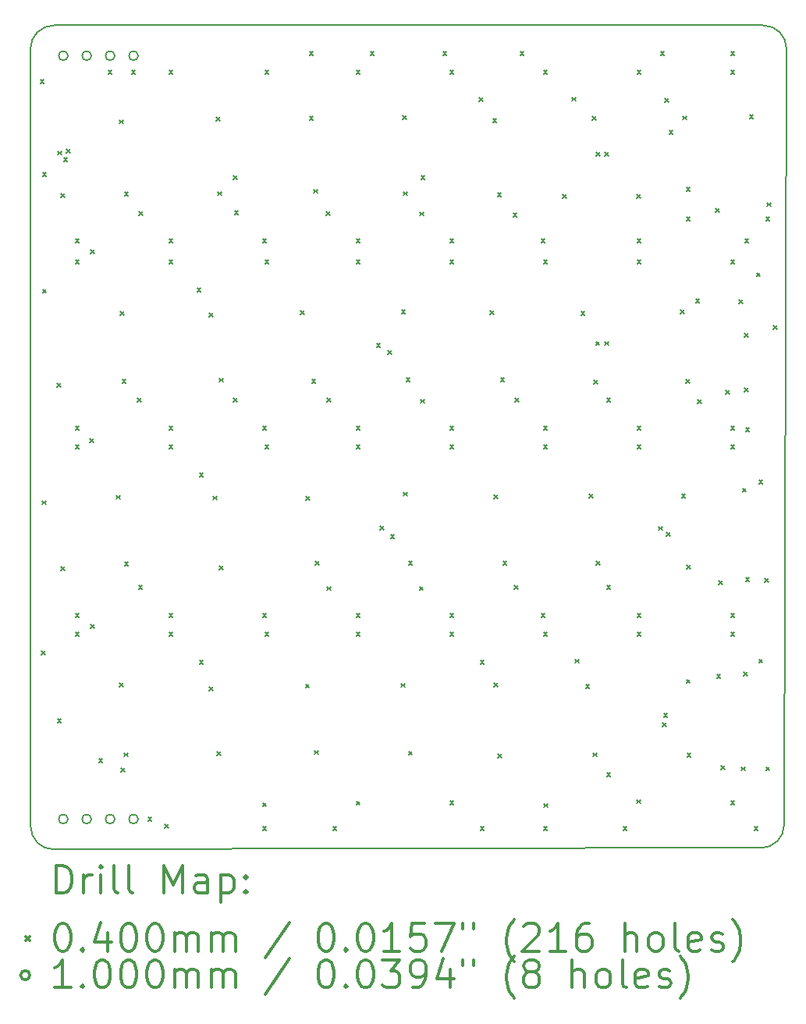
<source format=gbr>
%FSLAX45Y45*%
G04 Gerber Fmt 4.5, Leading zero omitted, Abs format (unit mm)*
G04 Created by KiCad (PCBNEW 5.99.0+really5.1.10+dfsg1-1) date 2022-01-28 19:42:38*
%MOMM*%
%LPD*%
G01*
G04 APERTURE LIST*
%TA.AperFunction,Profile*%
%ADD10C,0.150000*%
%TD*%
%ADD11C,0.200000*%
%ADD12C,0.300000*%
G04 APERTURE END LIST*
D10*
X18084800Y-13089890D02*
G75*
G02*
X17830800Y-13343890I-254000J0D01*
G01*
X10160000Y-13360400D02*
G75*
G02*
X9906000Y-13106400I0J254000D01*
G01*
X9906000Y-4673600D02*
G75*
G02*
X10160000Y-4419600I254000J0D01*
G01*
X17856200Y-4419600D02*
G75*
G02*
X18110200Y-4673600I0J-254000D01*
G01*
X9906000Y-13106400D02*
X9906000Y-4673600D01*
X17830800Y-13343890D02*
X10160000Y-13360400D01*
X18110200Y-4673600D02*
X18084800Y-13089890D01*
X10160000Y-4419600D02*
X17856200Y-4419600D01*
D11*
X10013000Y-5009200D02*
X10053000Y-5049200D01*
X10053000Y-5009200D02*
X10013000Y-5049200D01*
X10025700Y-11206800D02*
X10065700Y-11246800D01*
X10065700Y-11206800D02*
X10025700Y-11246800D01*
X10031796Y-9577644D02*
X10071796Y-9617644D01*
X10071796Y-9577644D02*
X10031796Y-9617644D01*
X10038400Y-6020120D02*
X10078400Y-6060120D01*
X10078400Y-6020120D02*
X10038400Y-6060120D01*
X10038400Y-7282500D02*
X10078400Y-7322500D01*
X10078400Y-7282500D02*
X10038400Y-7322500D01*
X10197150Y-8304850D02*
X10237150Y-8344850D01*
X10237150Y-8304850D02*
X10197150Y-8344850D01*
X10199436Y-11943400D02*
X10239436Y-11983400D01*
X10239436Y-11943400D02*
X10199436Y-11983400D01*
X10203500Y-5783900D02*
X10243500Y-5823900D01*
X10243500Y-5783900D02*
X10203500Y-5823900D01*
X10234000Y-6248700D02*
X10274000Y-6288700D01*
X10274000Y-6248700D02*
X10234000Y-6288700D01*
X10235250Y-10292400D02*
X10275250Y-10332400D01*
X10275250Y-10292400D02*
X10235250Y-10332400D01*
X10267000Y-5853750D02*
X10307000Y-5893750D01*
X10307000Y-5853750D02*
X10267000Y-5893750D01*
X10298750Y-5764850D02*
X10338750Y-5804850D01*
X10338750Y-5764850D02*
X10298750Y-5804850D01*
X10394000Y-6736400D02*
X10434000Y-6776400D01*
X10434000Y-6736400D02*
X10394000Y-6776400D01*
X10394000Y-6965000D02*
X10434000Y-7005000D01*
X10434000Y-6965000D02*
X10394000Y-7005000D01*
X10394000Y-8768400D02*
X10434000Y-8808400D01*
X10434000Y-8768400D02*
X10394000Y-8808400D01*
X10394000Y-8971600D02*
X10434000Y-9011600D01*
X10434000Y-8971600D02*
X10394000Y-9011600D01*
X10394000Y-10800400D02*
X10434000Y-10840400D01*
X10434000Y-10800400D02*
X10394000Y-10840400D01*
X10394000Y-11003600D02*
X10434000Y-11043600D01*
X10434000Y-11003600D02*
X10394000Y-11043600D01*
X10552750Y-8901749D02*
X10592750Y-8941749D01*
X10592750Y-8901749D02*
X10552750Y-8941749D01*
X10559100Y-6857050D02*
X10599100Y-6897050D01*
X10599100Y-6857050D02*
X10559100Y-6897050D01*
X10559100Y-10921050D02*
X10599100Y-10961050D01*
X10599100Y-10921050D02*
X10559100Y-10961050D01*
X10646476Y-12374438D02*
X10686476Y-12414438D01*
X10686476Y-12374438D02*
X10646476Y-12414438D01*
X10749600Y-4907600D02*
X10789600Y-4947600D01*
X10789600Y-4907600D02*
X10749600Y-4947600D01*
X10838500Y-9517700D02*
X10878500Y-9557700D01*
X10878500Y-9517700D02*
X10838500Y-9557700D01*
X10870758Y-5446334D02*
X10910758Y-5486334D01*
X10910758Y-5446334D02*
X10870758Y-5486334D01*
X10874568Y-11554780D02*
X10914568Y-11594780D01*
X10914568Y-11554780D02*
X10874568Y-11594780D01*
X10882950Y-7523800D02*
X10922950Y-7563800D01*
X10922950Y-7523800D02*
X10882950Y-7563800D01*
X10891586Y-12476800D02*
X10931586Y-12516800D01*
X10931586Y-12476800D02*
X10891586Y-12516800D01*
X10902000Y-8260400D02*
X10942000Y-8300400D01*
X10942000Y-8260400D02*
X10902000Y-8300400D01*
X10921304Y-12311700D02*
X10961304Y-12351700D01*
X10961304Y-12311700D02*
X10921304Y-12351700D01*
X10927400Y-6230940D02*
X10967400Y-6270940D01*
X10967400Y-6230940D02*
X10927400Y-6270940D01*
X10927400Y-10240076D02*
X10967400Y-10280076D01*
X10967400Y-10240076D02*
X10927400Y-10280076D01*
X11003600Y-4907600D02*
X11043600Y-4947600D01*
X11043600Y-4907600D02*
X11003600Y-4947600D01*
X11067100Y-8463600D02*
X11107100Y-8503600D01*
X11107100Y-8463600D02*
X11067100Y-8503600D01*
X11079800Y-10495600D02*
X11119800Y-10535600D01*
X11119800Y-10495600D02*
X11079800Y-10535600D01*
X11086150Y-6437950D02*
X11126150Y-6477950D01*
X11126150Y-6437950D02*
X11086150Y-6477950D01*
X11181400Y-13010200D02*
X11221400Y-13050200D01*
X11221400Y-13010200D02*
X11181400Y-13050200D01*
X11363010Y-13087416D02*
X11403010Y-13127416D01*
X11403010Y-13087416D02*
X11363010Y-13127416D01*
X11410000Y-4907600D02*
X11450000Y-4947600D01*
X11450000Y-4907600D02*
X11410000Y-4947600D01*
X11410000Y-6736400D02*
X11450000Y-6776400D01*
X11450000Y-6736400D02*
X11410000Y-6776400D01*
X11410000Y-6965000D02*
X11450000Y-7005000D01*
X11450000Y-6965000D02*
X11410000Y-7005000D01*
X11410000Y-8768400D02*
X11450000Y-8808400D01*
X11450000Y-8768400D02*
X11410000Y-8808400D01*
X11410000Y-8971600D02*
X11450000Y-9011600D01*
X11450000Y-8971600D02*
X11410000Y-9011600D01*
X11410000Y-10800400D02*
X11450000Y-10840400D01*
X11450000Y-10800400D02*
X11410000Y-10840400D01*
X11410000Y-11003600D02*
X11450000Y-11043600D01*
X11450000Y-11003600D02*
X11410000Y-11043600D01*
X11714800Y-7269800D02*
X11754800Y-7309800D01*
X11754800Y-7269800D02*
X11714800Y-7309800D01*
X11740200Y-9276400D02*
X11780200Y-9316400D01*
X11780200Y-9276400D02*
X11740200Y-9316400D01*
X11740200Y-11308400D02*
X11780200Y-11348400D01*
X11780200Y-11308400D02*
X11740200Y-11348400D01*
X11846880Y-11599230D02*
X11886880Y-11639230D01*
X11886880Y-11599230D02*
X11846880Y-11639230D01*
X11847388Y-7539548D02*
X11887388Y-7579548D01*
X11887388Y-7539548D02*
X11847388Y-7579548D01*
X11888536Y-9525828D02*
X11928536Y-9565828D01*
X11928536Y-9525828D02*
X11888536Y-9565828D01*
X11923080Y-5418140D02*
X11963080Y-5458140D01*
X11963080Y-5418140D02*
X11923080Y-5458140D01*
X11931970Y-12299000D02*
X11971970Y-12339000D01*
X11971970Y-12299000D02*
X11931970Y-12339000D01*
X11935780Y-6225860D02*
X11975780Y-6265860D01*
X11975780Y-6225860D02*
X11935780Y-6265860D01*
X11952544Y-10282748D02*
X11992544Y-10322748D01*
X11992544Y-10282748D02*
X11952544Y-10322748D01*
X11954830Y-8247700D02*
X11994830Y-8287700D01*
X11994830Y-8247700D02*
X11954830Y-8287700D01*
X12108500Y-6050600D02*
X12148500Y-6090600D01*
X12148500Y-6050600D02*
X12108500Y-6090600D01*
X12108500Y-8463600D02*
X12148500Y-8503600D01*
X12148500Y-8463600D02*
X12108500Y-8503600D01*
X12121200Y-6431600D02*
X12161200Y-6471600D01*
X12161200Y-6431600D02*
X12121200Y-6471600D01*
X12426000Y-6736400D02*
X12466000Y-6776400D01*
X12466000Y-6736400D02*
X12426000Y-6776400D01*
X12426000Y-8768400D02*
X12466000Y-8808400D01*
X12466000Y-8768400D02*
X12426000Y-8808400D01*
X12426000Y-10800400D02*
X12466000Y-10840400D01*
X12466000Y-10800400D02*
X12426000Y-10840400D01*
X12426000Y-12855260D02*
X12466000Y-12895260D01*
X12466000Y-12855260D02*
X12426000Y-12895260D01*
X12426000Y-13111800D02*
X12466000Y-13151800D01*
X12466000Y-13111800D02*
X12426000Y-13151800D01*
X12451400Y-4907600D02*
X12491400Y-4947600D01*
X12491400Y-4907600D02*
X12451400Y-4947600D01*
X12451400Y-6965000D02*
X12491400Y-7005000D01*
X12491400Y-6965000D02*
X12451400Y-7005000D01*
X12451400Y-8971600D02*
X12491400Y-9011600D01*
X12491400Y-8971600D02*
X12451400Y-9011600D01*
X12451400Y-11003600D02*
X12491400Y-11043600D01*
X12491400Y-11003600D02*
X12451400Y-11043600D01*
X12834940Y-7517450D02*
X12874940Y-7557450D01*
X12874940Y-7517450D02*
X12834940Y-7557450D01*
X12889804Y-11567988D02*
X12929804Y-11607988D01*
X12929804Y-11567988D02*
X12889804Y-11607988D01*
X12893360Y-9530400D02*
X12933360Y-9570400D01*
X12933360Y-9530400D02*
X12893360Y-9570400D01*
X12934000Y-4704400D02*
X12974000Y-4744400D01*
X12974000Y-4704400D02*
X12934000Y-4744400D01*
X12934000Y-5405440D02*
X12974000Y-5445440D01*
X12974000Y-5405440D02*
X12934000Y-5445440D01*
X12959400Y-8260400D02*
X12999400Y-8300400D01*
X12999400Y-8260400D02*
X12959400Y-8300400D01*
X12979720Y-6200460D02*
X13019720Y-6240460D01*
X13019720Y-6200460D02*
X12979720Y-6240460D01*
X12991150Y-12286300D02*
X13031150Y-12326300D01*
X13031150Y-12286300D02*
X12991150Y-12326300D01*
X12997500Y-10236520D02*
X13037500Y-10276520D01*
X13037500Y-10236520D02*
X12997500Y-10276520D01*
X13118150Y-6437950D02*
X13158150Y-6477950D01*
X13158150Y-6437950D02*
X13118150Y-6477950D01*
X13124500Y-8463600D02*
X13164500Y-8503600D01*
X13164500Y-8463600D02*
X13124500Y-8503600D01*
X13124500Y-10508300D02*
X13164500Y-10548300D01*
X13164500Y-10508300D02*
X13124500Y-10548300D01*
X13188000Y-13111800D02*
X13228000Y-13151800D01*
X13228000Y-13111800D02*
X13188000Y-13151800D01*
X13442000Y-4907600D02*
X13482000Y-4947600D01*
X13482000Y-4907600D02*
X13442000Y-4947600D01*
X13442000Y-6736400D02*
X13482000Y-6776400D01*
X13482000Y-6736400D02*
X13442000Y-6776400D01*
X13442000Y-6965000D02*
X13482000Y-7005000D01*
X13482000Y-6965000D02*
X13442000Y-7005000D01*
X13442000Y-8768400D02*
X13482000Y-8808400D01*
X13482000Y-8768400D02*
X13442000Y-8808400D01*
X13442000Y-8971600D02*
X13482000Y-9011600D01*
X13482000Y-8971600D02*
X13442000Y-9011600D01*
X13442000Y-10800400D02*
X13482000Y-10840400D01*
X13482000Y-10800400D02*
X13442000Y-10840400D01*
X13442000Y-11003600D02*
X13482000Y-11043600D01*
X13482000Y-11003600D02*
X13442000Y-11043600D01*
X13442000Y-12837480D02*
X13482000Y-12877480D01*
X13482000Y-12837480D02*
X13442000Y-12877480D01*
X13594400Y-4704400D02*
X13634400Y-4744400D01*
X13634400Y-4704400D02*
X13594400Y-4744400D01*
X13660440Y-7870256D02*
X13700440Y-7910256D01*
X13700440Y-7870256D02*
X13660440Y-7910256D01*
X13698540Y-9850440D02*
X13738540Y-9890440D01*
X13738540Y-9850440D02*
X13698540Y-9890440D01*
X13786424Y-7946964D02*
X13826424Y-7986964D01*
X13826424Y-7946964D02*
X13786424Y-7986964D01*
X13814110Y-9944420D02*
X13854110Y-9984420D01*
X13854110Y-9944420D02*
X13814110Y-9984420D01*
X13926632Y-11559860D02*
X13966632Y-11599860D01*
X13966632Y-11559860D02*
X13926632Y-11599860D01*
X13931204Y-7508052D02*
X13971204Y-7548052D01*
X13971204Y-7508052D02*
X13931204Y-7548052D01*
X13947968Y-5402392D02*
X13987968Y-5442392D01*
X13987968Y-5402392D02*
X13947968Y-5442392D01*
X13952540Y-6225860D02*
X13992540Y-6265860D01*
X13992540Y-6225860D02*
X13952540Y-6265860D01*
X13955080Y-9484680D02*
X13995080Y-9524680D01*
X13995080Y-9484680D02*
X13955080Y-9524680D01*
X13984290Y-8246430D02*
X14024290Y-8286430D01*
X14024290Y-8246430D02*
X13984290Y-8286430D01*
X14008166Y-10232202D02*
X14048166Y-10272202D01*
X14048166Y-10232202D02*
X14008166Y-10272202D01*
X14009690Y-12295190D02*
X14049690Y-12335190D01*
X14049690Y-12295190D02*
X14009690Y-12335190D01*
X14127800Y-10508300D02*
X14167800Y-10548300D01*
X14167800Y-10508300D02*
X14127800Y-10548300D01*
X14134150Y-6444300D02*
X14174150Y-6484300D01*
X14174150Y-6444300D02*
X14134150Y-6484300D01*
X14140500Y-8476300D02*
X14180500Y-8516300D01*
X14180500Y-8476300D02*
X14140500Y-8516300D01*
X14144310Y-6049330D02*
X14184310Y-6089330D01*
X14184310Y-6049330D02*
X14144310Y-6089330D01*
X14381800Y-4704400D02*
X14421800Y-4744400D01*
X14421800Y-4704400D02*
X14381800Y-4744400D01*
X14458000Y-4907600D02*
X14498000Y-4947600D01*
X14498000Y-4907600D02*
X14458000Y-4947600D01*
X14458000Y-6736400D02*
X14498000Y-6776400D01*
X14498000Y-6736400D02*
X14458000Y-6776400D01*
X14458000Y-6965000D02*
X14498000Y-7005000D01*
X14498000Y-6965000D02*
X14458000Y-7005000D01*
X14458000Y-8768400D02*
X14498000Y-8808400D01*
X14498000Y-8768400D02*
X14458000Y-8808400D01*
X14458000Y-8971600D02*
X14498000Y-9011600D01*
X14498000Y-8971600D02*
X14458000Y-9011600D01*
X14458000Y-10800400D02*
X14498000Y-10840400D01*
X14498000Y-10800400D02*
X14458000Y-10840400D01*
X14458000Y-11003600D02*
X14498000Y-11043600D01*
X14498000Y-11003600D02*
X14458000Y-11043600D01*
X14458000Y-12834940D02*
X14498000Y-12874940D01*
X14498000Y-12834940D02*
X14458000Y-12874940D01*
X14775500Y-5206050D02*
X14815500Y-5246050D01*
X14815500Y-5206050D02*
X14775500Y-5246050D01*
X14788200Y-11308400D02*
X14828200Y-11348400D01*
X14828200Y-11308400D02*
X14788200Y-11348400D01*
X14788200Y-13111800D02*
X14828200Y-13151800D01*
X14828200Y-13111800D02*
X14788200Y-13151800D01*
X14896150Y-7514910D02*
X14936150Y-7554910D01*
X14936150Y-7514910D02*
X14896150Y-7554910D01*
X14923836Y-5432872D02*
X14963836Y-5472872D01*
X14963836Y-5432872D02*
X14923836Y-5472872D01*
X14933996Y-9513382D02*
X14973996Y-9553382D01*
X14973996Y-9513382D02*
X14933996Y-9553382D01*
X14935520Y-11556050D02*
X14975520Y-11596050D01*
X14975520Y-11556050D02*
X14935520Y-11596050D01*
X14974890Y-6237290D02*
X15014890Y-6277290D01*
X15014890Y-6237290D02*
X14974890Y-6277290D01*
X14976160Y-12323892D02*
X15016160Y-12363892D01*
X15016160Y-12323892D02*
X14976160Y-12363892D01*
X15007656Y-8245160D02*
X15047656Y-8285160D01*
X15047656Y-8245160D02*
X15007656Y-8285160D01*
X15033310Y-10232710D02*
X15073310Y-10272710D01*
X15073310Y-10232710D02*
X15033310Y-10272710D01*
X15143800Y-6457000D02*
X15183800Y-6497000D01*
X15183800Y-6457000D02*
X15143800Y-6497000D01*
X15156500Y-10495600D02*
X15196500Y-10535600D01*
X15196500Y-10495600D02*
X15156500Y-10535600D01*
X15162850Y-8463600D02*
X15202850Y-8503600D01*
X15202850Y-8463600D02*
X15162850Y-8503600D01*
X15220000Y-4704400D02*
X15260000Y-4744400D01*
X15260000Y-4704400D02*
X15220000Y-4744400D01*
X15448600Y-6736400D02*
X15488600Y-6776400D01*
X15488600Y-6736400D02*
X15448600Y-6776400D01*
X15448600Y-10800400D02*
X15488600Y-10840400D01*
X15488600Y-10800400D02*
X15448600Y-10840400D01*
X15474000Y-4907600D02*
X15514000Y-4947600D01*
X15514000Y-4907600D02*
X15474000Y-4947600D01*
X15474000Y-6965000D02*
X15514000Y-7005000D01*
X15514000Y-6965000D02*
X15474000Y-7005000D01*
X15474000Y-8768400D02*
X15514000Y-8808400D01*
X15514000Y-8768400D02*
X15474000Y-8808400D01*
X15474000Y-8971600D02*
X15514000Y-9011600D01*
X15514000Y-8971600D02*
X15474000Y-9011600D01*
X15474000Y-11003600D02*
X15514000Y-11043600D01*
X15514000Y-11003600D02*
X15474000Y-11043600D01*
X15474000Y-13111800D02*
X15514000Y-13151800D01*
X15514000Y-13111800D02*
X15474000Y-13151800D01*
X15476540Y-12862880D02*
X15516540Y-12902880D01*
X15516540Y-12862880D02*
X15476540Y-12902880D01*
X15679740Y-6252530D02*
X15719740Y-6292530D01*
X15719740Y-6252530D02*
X15679740Y-6292530D01*
X15785150Y-5199700D02*
X15825150Y-5239700D01*
X15825150Y-5199700D02*
X15785150Y-5239700D01*
X15816900Y-11295700D02*
X15856900Y-11335700D01*
X15856900Y-11295700D02*
X15816900Y-11335700D01*
X15880400Y-7523800D02*
X15920400Y-7563800D01*
X15920400Y-7523800D02*
X15880400Y-7563800D01*
X15929930Y-11572560D02*
X15969930Y-11612560D01*
X15969930Y-11572560D02*
X15929930Y-11612560D01*
X15968030Y-9506270D02*
X16008030Y-9546270D01*
X16008030Y-9506270D02*
X15968030Y-9546270D01*
X16003336Y-5405440D02*
X16043336Y-5445440D01*
X16043336Y-5405440D02*
X16003336Y-5445440D01*
X16011210Y-12312970D02*
X16051210Y-12352970D01*
X16051210Y-12312970D02*
X16011210Y-12352970D01*
X16017560Y-8268020D02*
X16057560Y-8308020D01*
X16057560Y-8268020D02*
X16017560Y-8308020D01*
X16041690Y-7850190D02*
X16081690Y-7890190D01*
X16081690Y-7850190D02*
X16041690Y-7890190D01*
X16043468Y-5796600D02*
X16083468Y-5836600D01*
X16083468Y-5796600D02*
X16043468Y-5836600D01*
X16045500Y-10232710D02*
X16085500Y-10272710D01*
X16085500Y-10232710D02*
X16045500Y-10272710D01*
X16138464Y-5796600D02*
X16178464Y-5836600D01*
X16178464Y-5796600D02*
X16138464Y-5836600D01*
X16140750Y-7850190D02*
X16180750Y-7890190D01*
X16180750Y-7850190D02*
X16140750Y-7890190D01*
X16159800Y-8463600D02*
X16199800Y-8503600D01*
X16199800Y-8463600D02*
X16159800Y-8503600D01*
X16159800Y-10495600D02*
X16199800Y-10535600D01*
X16199800Y-10495600D02*
X16159800Y-10535600D01*
X16159800Y-12527600D02*
X16199800Y-12567600D01*
X16199800Y-12527600D02*
X16159800Y-12567600D01*
X16337600Y-13111800D02*
X16377600Y-13151800D01*
X16377600Y-13111800D02*
X16337600Y-13151800D01*
X16483650Y-6253800D02*
X16523650Y-6293800D01*
X16523650Y-6253800D02*
X16483650Y-6293800D01*
X16487460Y-12819700D02*
X16527460Y-12859700D01*
X16527460Y-12819700D02*
X16487460Y-12859700D01*
X16490000Y-4907600D02*
X16530000Y-4947600D01*
X16530000Y-4907600D02*
X16490000Y-4947600D01*
X16490000Y-6736400D02*
X16530000Y-6776400D01*
X16530000Y-6736400D02*
X16490000Y-6776400D01*
X16490000Y-6965000D02*
X16530000Y-7005000D01*
X16530000Y-6965000D02*
X16490000Y-7005000D01*
X16490000Y-8768400D02*
X16530000Y-8808400D01*
X16530000Y-8768400D02*
X16490000Y-8808400D01*
X16490000Y-8971600D02*
X16530000Y-9011600D01*
X16530000Y-8971600D02*
X16490000Y-9011600D01*
X16490000Y-10800400D02*
X16530000Y-10840400D01*
X16530000Y-10800400D02*
X16490000Y-10840400D01*
X16490000Y-11003600D02*
X16530000Y-11043600D01*
X16530000Y-11003600D02*
X16490000Y-11043600D01*
X16723172Y-9858060D02*
X16763172Y-9898060D01*
X16763172Y-9858060D02*
X16723172Y-9898060D01*
X16744000Y-4704400D02*
X16784000Y-4744400D01*
X16784000Y-4704400D02*
X16744000Y-4744400D01*
X16764320Y-11984040D02*
X16804320Y-12024040D01*
X16804320Y-11984040D02*
X16764320Y-12024040D01*
X16777020Y-11887520D02*
X16817020Y-11927520D01*
X16817020Y-11887520D02*
X16777020Y-11927520D01*
X16788450Y-5212400D02*
X16828450Y-5252400D01*
X16828450Y-5212400D02*
X16788450Y-5252400D01*
X16804452Y-9919528D02*
X16844452Y-9959528D01*
X16844452Y-9919528D02*
X16804452Y-9959528D01*
X16836600Y-5559000D02*
X16876600Y-5599000D01*
X16876600Y-5559000D02*
X16836600Y-5599000D01*
X16961424Y-7509068D02*
X17001424Y-7549068D01*
X17001424Y-7509068D02*
X16961424Y-7549068D01*
X16972600Y-9505000D02*
X17012600Y-9545000D01*
X17012600Y-9505000D02*
X16972600Y-9545000D01*
X16987332Y-5403916D02*
X17027332Y-5443916D01*
X17027332Y-5403916D02*
X16987332Y-5443916D01*
X17021368Y-8260400D02*
X17061368Y-8300400D01*
X17061368Y-8260400D02*
X17021368Y-8300400D01*
X17022384Y-11515664D02*
X17062384Y-11555664D01*
X17062384Y-11515664D02*
X17022384Y-11555664D01*
X17023400Y-6177600D02*
X17063400Y-6217600D01*
X17063400Y-6177600D02*
X17023400Y-6217600D01*
X17023400Y-6502720D02*
X17063400Y-6542720D01*
X17063400Y-6502720D02*
X17023400Y-6542720D01*
X17024924Y-10277160D02*
X17064924Y-10317160D01*
X17064924Y-10277160D02*
X17024924Y-10317160D01*
X17031528Y-12319320D02*
X17071528Y-12359320D01*
X17071528Y-12319320D02*
X17031528Y-12359320D01*
X17125000Y-7390450D02*
X17165000Y-7430450D01*
X17165000Y-7390450D02*
X17125000Y-7430450D01*
X17145066Y-8479348D02*
X17185066Y-8519348D01*
X17185066Y-8479348D02*
X17145066Y-8519348D01*
X17340900Y-6406200D02*
X17380900Y-6446200D01*
X17380900Y-6406200D02*
X17340900Y-6446200D01*
X17353600Y-11460800D02*
X17393600Y-11500800D01*
X17393600Y-11460800D02*
X17353600Y-11500800D01*
X17372650Y-10444800D02*
X17412650Y-10484800D01*
X17412650Y-10444800D02*
X17372650Y-10484800D01*
X17398812Y-12452416D02*
X17438812Y-12492416D01*
X17438812Y-12452416D02*
X17398812Y-12492416D01*
X17448850Y-8381050D02*
X17488850Y-8421050D01*
X17488850Y-8381050D02*
X17448850Y-8421050D01*
X17506000Y-4704400D02*
X17546000Y-4744400D01*
X17546000Y-4704400D02*
X17506000Y-4744400D01*
X17506000Y-4907600D02*
X17546000Y-4947600D01*
X17546000Y-4907600D02*
X17506000Y-4947600D01*
X17506000Y-6965000D02*
X17546000Y-7005000D01*
X17546000Y-6965000D02*
X17506000Y-7005000D01*
X17506000Y-8768400D02*
X17546000Y-8808400D01*
X17546000Y-8768400D02*
X17506000Y-8808400D01*
X17506000Y-8971600D02*
X17546000Y-9011600D01*
X17546000Y-8971600D02*
X17506000Y-9011600D01*
X17506000Y-10800400D02*
X17546000Y-10840400D01*
X17546000Y-10800400D02*
X17506000Y-10840400D01*
X17506000Y-11003600D02*
X17546000Y-11043600D01*
X17546000Y-11003600D02*
X17506000Y-11043600D01*
X17506000Y-12832400D02*
X17546000Y-12872400D01*
X17546000Y-12832400D02*
X17506000Y-12872400D01*
X17594900Y-7396800D02*
X17634900Y-7436800D01*
X17634900Y-7396800D02*
X17594900Y-7436800D01*
X17620300Y-12464100D02*
X17660300Y-12504100D01*
X17660300Y-12464100D02*
X17620300Y-12504100D01*
X17633000Y-9441500D02*
X17673000Y-9481500D01*
X17673000Y-9441500D02*
X17633000Y-9481500D01*
X17645700Y-11435400D02*
X17685700Y-11475400D01*
X17685700Y-11435400D02*
X17645700Y-11475400D01*
X17652050Y-7758750D02*
X17692050Y-7798750D01*
X17692050Y-7758750D02*
X17652050Y-7798750D01*
X17654082Y-8355904D02*
X17694082Y-8395904D01*
X17694082Y-8355904D02*
X17654082Y-8395904D01*
X17658400Y-6736400D02*
X17698400Y-6776400D01*
X17698400Y-6736400D02*
X17658400Y-6776400D01*
X17666000Y-10414300D02*
X17706000Y-10454300D01*
X17706000Y-10414300D02*
X17666000Y-10454300D01*
X17666001Y-8788701D02*
X17706001Y-8828701D01*
X17706001Y-8788701D02*
X17666001Y-8828701D01*
X17709200Y-5390200D02*
X17749200Y-5430200D01*
X17749200Y-5390200D02*
X17709200Y-5430200D01*
X17760000Y-13111800D02*
X17800000Y-13151800D01*
X17800000Y-13111800D02*
X17760000Y-13151800D01*
X17785400Y-7104700D02*
X17825400Y-7144700D01*
X17825400Y-7104700D02*
X17785400Y-7144700D01*
X17810800Y-9352600D02*
X17850800Y-9392600D01*
X17850800Y-9352600D02*
X17810800Y-9392600D01*
X17810800Y-11295700D02*
X17850800Y-11335700D01*
X17850800Y-11295700D02*
X17810800Y-11335700D01*
X17874300Y-10419400D02*
X17914300Y-10459400D01*
X17914300Y-10419400D02*
X17874300Y-10459400D01*
X17887000Y-6500180D02*
X17927000Y-6540180D01*
X17927000Y-6500180D02*
X17887000Y-6540180D01*
X17887000Y-12464100D02*
X17927000Y-12504100D01*
X17927000Y-12464100D02*
X17887000Y-12504100D01*
X17899700Y-6342700D02*
X17939700Y-6382700D01*
X17939700Y-6342700D02*
X17899700Y-6382700D01*
X17969550Y-7676200D02*
X18009550Y-7716200D01*
X18009550Y-7676200D02*
X17969550Y-7716200D01*
X10311600Y-4749800D02*
G75*
G03*
X10311600Y-4749800I-50000J0D01*
G01*
X10311600Y-13030200D02*
G75*
G03*
X10311600Y-13030200I-50000J0D01*
G01*
X10565600Y-4749800D02*
G75*
G03*
X10565600Y-4749800I-50000J0D01*
G01*
X10565600Y-13030200D02*
G75*
G03*
X10565600Y-13030200I-50000J0D01*
G01*
X10819600Y-4749800D02*
G75*
G03*
X10819600Y-4749800I-50000J0D01*
G01*
X10819600Y-13030200D02*
G75*
G03*
X10819600Y-13030200I-50000J0D01*
G01*
X11073600Y-4749800D02*
G75*
G03*
X11073600Y-4749800I-50000J0D01*
G01*
X11073600Y-13030200D02*
G75*
G03*
X11073600Y-13030200I-50000J0D01*
G01*
D12*
X10184928Y-13833614D02*
X10184928Y-13533614D01*
X10256357Y-13533614D01*
X10299214Y-13547900D01*
X10327786Y-13576471D01*
X10342071Y-13605043D01*
X10356357Y-13662186D01*
X10356357Y-13705043D01*
X10342071Y-13762186D01*
X10327786Y-13790757D01*
X10299214Y-13819329D01*
X10256357Y-13833614D01*
X10184928Y-13833614D01*
X10484928Y-13833614D02*
X10484928Y-13633614D01*
X10484928Y-13690757D02*
X10499214Y-13662186D01*
X10513500Y-13647900D01*
X10542071Y-13633614D01*
X10570643Y-13633614D01*
X10670643Y-13833614D02*
X10670643Y-13633614D01*
X10670643Y-13533614D02*
X10656357Y-13547900D01*
X10670643Y-13562186D01*
X10684928Y-13547900D01*
X10670643Y-13533614D01*
X10670643Y-13562186D01*
X10856357Y-13833614D02*
X10827786Y-13819329D01*
X10813500Y-13790757D01*
X10813500Y-13533614D01*
X11013500Y-13833614D02*
X10984928Y-13819329D01*
X10970643Y-13790757D01*
X10970643Y-13533614D01*
X11356357Y-13833614D02*
X11356357Y-13533614D01*
X11456357Y-13747900D01*
X11556357Y-13533614D01*
X11556357Y-13833614D01*
X11827786Y-13833614D02*
X11827786Y-13676471D01*
X11813500Y-13647900D01*
X11784928Y-13633614D01*
X11727786Y-13633614D01*
X11699214Y-13647900D01*
X11827786Y-13819329D02*
X11799214Y-13833614D01*
X11727786Y-13833614D01*
X11699214Y-13819329D01*
X11684928Y-13790757D01*
X11684928Y-13762186D01*
X11699214Y-13733614D01*
X11727786Y-13719329D01*
X11799214Y-13719329D01*
X11827786Y-13705043D01*
X11970643Y-13633614D02*
X11970643Y-13933614D01*
X11970643Y-13647900D02*
X11999214Y-13633614D01*
X12056357Y-13633614D01*
X12084928Y-13647900D01*
X12099214Y-13662186D01*
X12113500Y-13690757D01*
X12113500Y-13776471D01*
X12099214Y-13805043D01*
X12084928Y-13819329D01*
X12056357Y-13833614D01*
X11999214Y-13833614D01*
X11970643Y-13819329D01*
X12242071Y-13805043D02*
X12256357Y-13819329D01*
X12242071Y-13833614D01*
X12227786Y-13819329D01*
X12242071Y-13805043D01*
X12242071Y-13833614D01*
X12242071Y-13647900D02*
X12256357Y-13662186D01*
X12242071Y-13676471D01*
X12227786Y-13662186D01*
X12242071Y-13647900D01*
X12242071Y-13676471D01*
X9858500Y-14307900D02*
X9898500Y-14347900D01*
X9898500Y-14307900D02*
X9858500Y-14347900D01*
X10242071Y-14163614D02*
X10270643Y-14163614D01*
X10299214Y-14177900D01*
X10313500Y-14192186D01*
X10327786Y-14220757D01*
X10342071Y-14277900D01*
X10342071Y-14349329D01*
X10327786Y-14406471D01*
X10313500Y-14435043D01*
X10299214Y-14449329D01*
X10270643Y-14463614D01*
X10242071Y-14463614D01*
X10213500Y-14449329D01*
X10199214Y-14435043D01*
X10184928Y-14406471D01*
X10170643Y-14349329D01*
X10170643Y-14277900D01*
X10184928Y-14220757D01*
X10199214Y-14192186D01*
X10213500Y-14177900D01*
X10242071Y-14163614D01*
X10470643Y-14435043D02*
X10484928Y-14449329D01*
X10470643Y-14463614D01*
X10456357Y-14449329D01*
X10470643Y-14435043D01*
X10470643Y-14463614D01*
X10742071Y-14263614D02*
X10742071Y-14463614D01*
X10670643Y-14149329D02*
X10599214Y-14363614D01*
X10784928Y-14363614D01*
X10956357Y-14163614D02*
X10984928Y-14163614D01*
X11013500Y-14177900D01*
X11027786Y-14192186D01*
X11042071Y-14220757D01*
X11056357Y-14277900D01*
X11056357Y-14349329D01*
X11042071Y-14406471D01*
X11027786Y-14435043D01*
X11013500Y-14449329D01*
X10984928Y-14463614D01*
X10956357Y-14463614D01*
X10927786Y-14449329D01*
X10913500Y-14435043D01*
X10899214Y-14406471D01*
X10884928Y-14349329D01*
X10884928Y-14277900D01*
X10899214Y-14220757D01*
X10913500Y-14192186D01*
X10927786Y-14177900D01*
X10956357Y-14163614D01*
X11242071Y-14163614D02*
X11270643Y-14163614D01*
X11299214Y-14177900D01*
X11313500Y-14192186D01*
X11327786Y-14220757D01*
X11342071Y-14277900D01*
X11342071Y-14349329D01*
X11327786Y-14406471D01*
X11313500Y-14435043D01*
X11299214Y-14449329D01*
X11270643Y-14463614D01*
X11242071Y-14463614D01*
X11213500Y-14449329D01*
X11199214Y-14435043D01*
X11184928Y-14406471D01*
X11170643Y-14349329D01*
X11170643Y-14277900D01*
X11184928Y-14220757D01*
X11199214Y-14192186D01*
X11213500Y-14177900D01*
X11242071Y-14163614D01*
X11470643Y-14463614D02*
X11470643Y-14263614D01*
X11470643Y-14292186D02*
X11484928Y-14277900D01*
X11513500Y-14263614D01*
X11556357Y-14263614D01*
X11584928Y-14277900D01*
X11599214Y-14306471D01*
X11599214Y-14463614D01*
X11599214Y-14306471D02*
X11613500Y-14277900D01*
X11642071Y-14263614D01*
X11684928Y-14263614D01*
X11713500Y-14277900D01*
X11727786Y-14306471D01*
X11727786Y-14463614D01*
X11870643Y-14463614D02*
X11870643Y-14263614D01*
X11870643Y-14292186D02*
X11884928Y-14277900D01*
X11913500Y-14263614D01*
X11956357Y-14263614D01*
X11984928Y-14277900D01*
X11999214Y-14306471D01*
X11999214Y-14463614D01*
X11999214Y-14306471D02*
X12013500Y-14277900D01*
X12042071Y-14263614D01*
X12084928Y-14263614D01*
X12113500Y-14277900D01*
X12127786Y-14306471D01*
X12127786Y-14463614D01*
X12713500Y-14149329D02*
X12456357Y-14535043D01*
X13099214Y-14163614D02*
X13127786Y-14163614D01*
X13156357Y-14177900D01*
X13170643Y-14192186D01*
X13184928Y-14220757D01*
X13199214Y-14277900D01*
X13199214Y-14349329D01*
X13184928Y-14406471D01*
X13170643Y-14435043D01*
X13156357Y-14449329D01*
X13127786Y-14463614D01*
X13099214Y-14463614D01*
X13070643Y-14449329D01*
X13056357Y-14435043D01*
X13042071Y-14406471D01*
X13027786Y-14349329D01*
X13027786Y-14277900D01*
X13042071Y-14220757D01*
X13056357Y-14192186D01*
X13070643Y-14177900D01*
X13099214Y-14163614D01*
X13327786Y-14435043D02*
X13342071Y-14449329D01*
X13327786Y-14463614D01*
X13313500Y-14449329D01*
X13327786Y-14435043D01*
X13327786Y-14463614D01*
X13527786Y-14163614D02*
X13556357Y-14163614D01*
X13584928Y-14177900D01*
X13599214Y-14192186D01*
X13613500Y-14220757D01*
X13627786Y-14277900D01*
X13627786Y-14349329D01*
X13613500Y-14406471D01*
X13599214Y-14435043D01*
X13584928Y-14449329D01*
X13556357Y-14463614D01*
X13527786Y-14463614D01*
X13499214Y-14449329D01*
X13484928Y-14435043D01*
X13470643Y-14406471D01*
X13456357Y-14349329D01*
X13456357Y-14277900D01*
X13470643Y-14220757D01*
X13484928Y-14192186D01*
X13499214Y-14177900D01*
X13527786Y-14163614D01*
X13913500Y-14463614D02*
X13742071Y-14463614D01*
X13827786Y-14463614D02*
X13827786Y-14163614D01*
X13799214Y-14206471D01*
X13770643Y-14235043D01*
X13742071Y-14249329D01*
X14184928Y-14163614D02*
X14042071Y-14163614D01*
X14027786Y-14306471D01*
X14042071Y-14292186D01*
X14070643Y-14277900D01*
X14142071Y-14277900D01*
X14170643Y-14292186D01*
X14184928Y-14306471D01*
X14199214Y-14335043D01*
X14199214Y-14406471D01*
X14184928Y-14435043D01*
X14170643Y-14449329D01*
X14142071Y-14463614D01*
X14070643Y-14463614D01*
X14042071Y-14449329D01*
X14027786Y-14435043D01*
X14299214Y-14163614D02*
X14499214Y-14163614D01*
X14370643Y-14463614D01*
X14599214Y-14163614D02*
X14599214Y-14220757D01*
X14713500Y-14163614D02*
X14713500Y-14220757D01*
X15156357Y-14577900D02*
X15142071Y-14563614D01*
X15113500Y-14520757D01*
X15099214Y-14492186D01*
X15084928Y-14449329D01*
X15070643Y-14377900D01*
X15070643Y-14320757D01*
X15084928Y-14249329D01*
X15099214Y-14206471D01*
X15113500Y-14177900D01*
X15142071Y-14135043D01*
X15156357Y-14120757D01*
X15256357Y-14192186D02*
X15270643Y-14177900D01*
X15299214Y-14163614D01*
X15370643Y-14163614D01*
X15399214Y-14177900D01*
X15413500Y-14192186D01*
X15427786Y-14220757D01*
X15427786Y-14249329D01*
X15413500Y-14292186D01*
X15242071Y-14463614D01*
X15427786Y-14463614D01*
X15713500Y-14463614D02*
X15542071Y-14463614D01*
X15627786Y-14463614D02*
X15627786Y-14163614D01*
X15599214Y-14206471D01*
X15570643Y-14235043D01*
X15542071Y-14249329D01*
X15970643Y-14163614D02*
X15913500Y-14163614D01*
X15884928Y-14177900D01*
X15870643Y-14192186D01*
X15842071Y-14235043D01*
X15827786Y-14292186D01*
X15827786Y-14406471D01*
X15842071Y-14435043D01*
X15856357Y-14449329D01*
X15884928Y-14463614D01*
X15942071Y-14463614D01*
X15970643Y-14449329D01*
X15984928Y-14435043D01*
X15999214Y-14406471D01*
X15999214Y-14335043D01*
X15984928Y-14306471D01*
X15970643Y-14292186D01*
X15942071Y-14277900D01*
X15884928Y-14277900D01*
X15856357Y-14292186D01*
X15842071Y-14306471D01*
X15827786Y-14335043D01*
X16356357Y-14463614D02*
X16356357Y-14163614D01*
X16484928Y-14463614D02*
X16484928Y-14306471D01*
X16470643Y-14277900D01*
X16442071Y-14263614D01*
X16399214Y-14263614D01*
X16370643Y-14277900D01*
X16356357Y-14292186D01*
X16670643Y-14463614D02*
X16642071Y-14449329D01*
X16627786Y-14435043D01*
X16613500Y-14406471D01*
X16613500Y-14320757D01*
X16627786Y-14292186D01*
X16642071Y-14277900D01*
X16670643Y-14263614D01*
X16713500Y-14263614D01*
X16742071Y-14277900D01*
X16756357Y-14292186D01*
X16770643Y-14320757D01*
X16770643Y-14406471D01*
X16756357Y-14435043D01*
X16742071Y-14449329D01*
X16713500Y-14463614D01*
X16670643Y-14463614D01*
X16942071Y-14463614D02*
X16913500Y-14449329D01*
X16899214Y-14420757D01*
X16899214Y-14163614D01*
X17170643Y-14449329D02*
X17142071Y-14463614D01*
X17084928Y-14463614D01*
X17056357Y-14449329D01*
X17042071Y-14420757D01*
X17042071Y-14306471D01*
X17056357Y-14277900D01*
X17084928Y-14263614D01*
X17142071Y-14263614D01*
X17170643Y-14277900D01*
X17184928Y-14306471D01*
X17184928Y-14335043D01*
X17042071Y-14363614D01*
X17299214Y-14449329D02*
X17327786Y-14463614D01*
X17384928Y-14463614D01*
X17413500Y-14449329D01*
X17427786Y-14420757D01*
X17427786Y-14406471D01*
X17413500Y-14377900D01*
X17384928Y-14363614D01*
X17342071Y-14363614D01*
X17313500Y-14349329D01*
X17299214Y-14320757D01*
X17299214Y-14306471D01*
X17313500Y-14277900D01*
X17342071Y-14263614D01*
X17384928Y-14263614D01*
X17413500Y-14277900D01*
X17527786Y-14577900D02*
X17542071Y-14563614D01*
X17570643Y-14520757D01*
X17584928Y-14492186D01*
X17599214Y-14449329D01*
X17613500Y-14377900D01*
X17613500Y-14320757D01*
X17599214Y-14249329D01*
X17584928Y-14206471D01*
X17570643Y-14177900D01*
X17542071Y-14135043D01*
X17527786Y-14120757D01*
X9898500Y-14723900D02*
G75*
G03*
X9898500Y-14723900I-50000J0D01*
G01*
X10342071Y-14859614D02*
X10170643Y-14859614D01*
X10256357Y-14859614D02*
X10256357Y-14559614D01*
X10227786Y-14602471D01*
X10199214Y-14631043D01*
X10170643Y-14645329D01*
X10470643Y-14831043D02*
X10484928Y-14845329D01*
X10470643Y-14859614D01*
X10456357Y-14845329D01*
X10470643Y-14831043D01*
X10470643Y-14859614D01*
X10670643Y-14559614D02*
X10699214Y-14559614D01*
X10727786Y-14573900D01*
X10742071Y-14588186D01*
X10756357Y-14616757D01*
X10770643Y-14673900D01*
X10770643Y-14745329D01*
X10756357Y-14802471D01*
X10742071Y-14831043D01*
X10727786Y-14845329D01*
X10699214Y-14859614D01*
X10670643Y-14859614D01*
X10642071Y-14845329D01*
X10627786Y-14831043D01*
X10613500Y-14802471D01*
X10599214Y-14745329D01*
X10599214Y-14673900D01*
X10613500Y-14616757D01*
X10627786Y-14588186D01*
X10642071Y-14573900D01*
X10670643Y-14559614D01*
X10956357Y-14559614D02*
X10984928Y-14559614D01*
X11013500Y-14573900D01*
X11027786Y-14588186D01*
X11042071Y-14616757D01*
X11056357Y-14673900D01*
X11056357Y-14745329D01*
X11042071Y-14802471D01*
X11027786Y-14831043D01*
X11013500Y-14845329D01*
X10984928Y-14859614D01*
X10956357Y-14859614D01*
X10927786Y-14845329D01*
X10913500Y-14831043D01*
X10899214Y-14802471D01*
X10884928Y-14745329D01*
X10884928Y-14673900D01*
X10899214Y-14616757D01*
X10913500Y-14588186D01*
X10927786Y-14573900D01*
X10956357Y-14559614D01*
X11242071Y-14559614D02*
X11270643Y-14559614D01*
X11299214Y-14573900D01*
X11313500Y-14588186D01*
X11327786Y-14616757D01*
X11342071Y-14673900D01*
X11342071Y-14745329D01*
X11327786Y-14802471D01*
X11313500Y-14831043D01*
X11299214Y-14845329D01*
X11270643Y-14859614D01*
X11242071Y-14859614D01*
X11213500Y-14845329D01*
X11199214Y-14831043D01*
X11184928Y-14802471D01*
X11170643Y-14745329D01*
X11170643Y-14673900D01*
X11184928Y-14616757D01*
X11199214Y-14588186D01*
X11213500Y-14573900D01*
X11242071Y-14559614D01*
X11470643Y-14859614D02*
X11470643Y-14659614D01*
X11470643Y-14688186D02*
X11484928Y-14673900D01*
X11513500Y-14659614D01*
X11556357Y-14659614D01*
X11584928Y-14673900D01*
X11599214Y-14702471D01*
X11599214Y-14859614D01*
X11599214Y-14702471D02*
X11613500Y-14673900D01*
X11642071Y-14659614D01*
X11684928Y-14659614D01*
X11713500Y-14673900D01*
X11727786Y-14702471D01*
X11727786Y-14859614D01*
X11870643Y-14859614D02*
X11870643Y-14659614D01*
X11870643Y-14688186D02*
X11884928Y-14673900D01*
X11913500Y-14659614D01*
X11956357Y-14659614D01*
X11984928Y-14673900D01*
X11999214Y-14702471D01*
X11999214Y-14859614D01*
X11999214Y-14702471D02*
X12013500Y-14673900D01*
X12042071Y-14659614D01*
X12084928Y-14659614D01*
X12113500Y-14673900D01*
X12127786Y-14702471D01*
X12127786Y-14859614D01*
X12713500Y-14545329D02*
X12456357Y-14931043D01*
X13099214Y-14559614D02*
X13127786Y-14559614D01*
X13156357Y-14573900D01*
X13170643Y-14588186D01*
X13184928Y-14616757D01*
X13199214Y-14673900D01*
X13199214Y-14745329D01*
X13184928Y-14802471D01*
X13170643Y-14831043D01*
X13156357Y-14845329D01*
X13127786Y-14859614D01*
X13099214Y-14859614D01*
X13070643Y-14845329D01*
X13056357Y-14831043D01*
X13042071Y-14802471D01*
X13027786Y-14745329D01*
X13027786Y-14673900D01*
X13042071Y-14616757D01*
X13056357Y-14588186D01*
X13070643Y-14573900D01*
X13099214Y-14559614D01*
X13327786Y-14831043D02*
X13342071Y-14845329D01*
X13327786Y-14859614D01*
X13313500Y-14845329D01*
X13327786Y-14831043D01*
X13327786Y-14859614D01*
X13527786Y-14559614D02*
X13556357Y-14559614D01*
X13584928Y-14573900D01*
X13599214Y-14588186D01*
X13613500Y-14616757D01*
X13627786Y-14673900D01*
X13627786Y-14745329D01*
X13613500Y-14802471D01*
X13599214Y-14831043D01*
X13584928Y-14845329D01*
X13556357Y-14859614D01*
X13527786Y-14859614D01*
X13499214Y-14845329D01*
X13484928Y-14831043D01*
X13470643Y-14802471D01*
X13456357Y-14745329D01*
X13456357Y-14673900D01*
X13470643Y-14616757D01*
X13484928Y-14588186D01*
X13499214Y-14573900D01*
X13527786Y-14559614D01*
X13727786Y-14559614D02*
X13913500Y-14559614D01*
X13813500Y-14673900D01*
X13856357Y-14673900D01*
X13884928Y-14688186D01*
X13899214Y-14702471D01*
X13913500Y-14731043D01*
X13913500Y-14802471D01*
X13899214Y-14831043D01*
X13884928Y-14845329D01*
X13856357Y-14859614D01*
X13770643Y-14859614D01*
X13742071Y-14845329D01*
X13727786Y-14831043D01*
X14056357Y-14859614D02*
X14113500Y-14859614D01*
X14142071Y-14845329D01*
X14156357Y-14831043D01*
X14184928Y-14788186D01*
X14199214Y-14731043D01*
X14199214Y-14616757D01*
X14184928Y-14588186D01*
X14170643Y-14573900D01*
X14142071Y-14559614D01*
X14084928Y-14559614D01*
X14056357Y-14573900D01*
X14042071Y-14588186D01*
X14027786Y-14616757D01*
X14027786Y-14688186D01*
X14042071Y-14716757D01*
X14056357Y-14731043D01*
X14084928Y-14745329D01*
X14142071Y-14745329D01*
X14170643Y-14731043D01*
X14184928Y-14716757D01*
X14199214Y-14688186D01*
X14456357Y-14659614D02*
X14456357Y-14859614D01*
X14384928Y-14545329D02*
X14313500Y-14759614D01*
X14499214Y-14759614D01*
X14599214Y-14559614D02*
X14599214Y-14616757D01*
X14713500Y-14559614D02*
X14713500Y-14616757D01*
X15156357Y-14973900D02*
X15142071Y-14959614D01*
X15113500Y-14916757D01*
X15099214Y-14888186D01*
X15084928Y-14845329D01*
X15070643Y-14773900D01*
X15070643Y-14716757D01*
X15084928Y-14645329D01*
X15099214Y-14602471D01*
X15113500Y-14573900D01*
X15142071Y-14531043D01*
X15156357Y-14516757D01*
X15313500Y-14688186D02*
X15284928Y-14673900D01*
X15270643Y-14659614D01*
X15256357Y-14631043D01*
X15256357Y-14616757D01*
X15270643Y-14588186D01*
X15284928Y-14573900D01*
X15313500Y-14559614D01*
X15370643Y-14559614D01*
X15399214Y-14573900D01*
X15413500Y-14588186D01*
X15427786Y-14616757D01*
X15427786Y-14631043D01*
X15413500Y-14659614D01*
X15399214Y-14673900D01*
X15370643Y-14688186D01*
X15313500Y-14688186D01*
X15284928Y-14702471D01*
X15270643Y-14716757D01*
X15256357Y-14745329D01*
X15256357Y-14802471D01*
X15270643Y-14831043D01*
X15284928Y-14845329D01*
X15313500Y-14859614D01*
X15370643Y-14859614D01*
X15399214Y-14845329D01*
X15413500Y-14831043D01*
X15427786Y-14802471D01*
X15427786Y-14745329D01*
X15413500Y-14716757D01*
X15399214Y-14702471D01*
X15370643Y-14688186D01*
X15784928Y-14859614D02*
X15784928Y-14559614D01*
X15913500Y-14859614D02*
X15913500Y-14702471D01*
X15899214Y-14673900D01*
X15870643Y-14659614D01*
X15827786Y-14659614D01*
X15799214Y-14673900D01*
X15784928Y-14688186D01*
X16099214Y-14859614D02*
X16070643Y-14845329D01*
X16056357Y-14831043D01*
X16042071Y-14802471D01*
X16042071Y-14716757D01*
X16056357Y-14688186D01*
X16070643Y-14673900D01*
X16099214Y-14659614D01*
X16142071Y-14659614D01*
X16170643Y-14673900D01*
X16184928Y-14688186D01*
X16199214Y-14716757D01*
X16199214Y-14802471D01*
X16184928Y-14831043D01*
X16170643Y-14845329D01*
X16142071Y-14859614D01*
X16099214Y-14859614D01*
X16370643Y-14859614D02*
X16342071Y-14845329D01*
X16327786Y-14816757D01*
X16327786Y-14559614D01*
X16599214Y-14845329D02*
X16570643Y-14859614D01*
X16513500Y-14859614D01*
X16484928Y-14845329D01*
X16470643Y-14816757D01*
X16470643Y-14702471D01*
X16484928Y-14673900D01*
X16513500Y-14659614D01*
X16570643Y-14659614D01*
X16599214Y-14673900D01*
X16613500Y-14702471D01*
X16613500Y-14731043D01*
X16470643Y-14759614D01*
X16727786Y-14845329D02*
X16756357Y-14859614D01*
X16813500Y-14859614D01*
X16842071Y-14845329D01*
X16856357Y-14816757D01*
X16856357Y-14802471D01*
X16842071Y-14773900D01*
X16813500Y-14759614D01*
X16770643Y-14759614D01*
X16742071Y-14745329D01*
X16727786Y-14716757D01*
X16727786Y-14702471D01*
X16742071Y-14673900D01*
X16770643Y-14659614D01*
X16813500Y-14659614D01*
X16842071Y-14673900D01*
X16956357Y-14973900D02*
X16970643Y-14959614D01*
X16999214Y-14916757D01*
X17013500Y-14888186D01*
X17027786Y-14845329D01*
X17042071Y-14773900D01*
X17042071Y-14716757D01*
X17027786Y-14645329D01*
X17013500Y-14602471D01*
X16999214Y-14573900D01*
X16970643Y-14531043D01*
X16956357Y-14516757D01*
M02*

</source>
